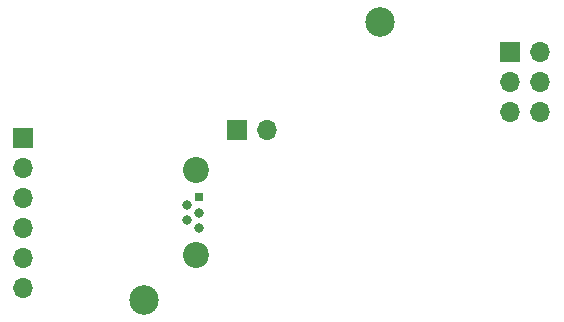
<source format=gbs>
%TF.GenerationSoftware,KiCad,Pcbnew,(6.0.2)*%
%TF.CreationDate,2022-08-31T11:18:45+12:00*%
%TF.ProjectId,webasto_heater_controller,77656261-7374-46f5-9f68-65617465725f,1.0*%
%TF.SameCoordinates,Original*%
%TF.FileFunction,Soldermask,Bot*%
%TF.FilePolarity,Negative*%
%FSLAX46Y46*%
G04 Gerber Fmt 4.6, Leading zero omitted, Abs format (unit mm)*
G04 Created by KiCad (PCBNEW (6.0.2)) date 2022-08-31 11:18:45*
%MOMM*%
%LPD*%
G01*
G04 APERTURE LIST*
%ADD10C,2.500000*%
%ADD11R,0.800000X0.800000*%
%ADD12C,0.800000*%
%ADD13C,2.200000*%
%ADD14R,1.700000X1.700000*%
%ADD15O,1.700000X1.700000*%
G04 APERTURE END LIST*
D10*
%TO.C,REF\u002A\u002A*%
X153700000Y-77750000D03*
%TD*%
%TO.C,REF\u002A\u002A*%
X133700000Y-101250000D03*
%TD*%
D11*
%TO.C,J3*%
X138320000Y-92590000D03*
D12*
X137320000Y-93240000D03*
X138320000Y-93890000D03*
X137320000Y-94540000D03*
X138320000Y-95190000D03*
D13*
X138100000Y-90315000D03*
X138100000Y-97465000D03*
%TD*%
D14*
%TO.C,J2*%
X123500000Y-87590000D03*
D15*
X123500000Y-90130000D03*
X123500000Y-92670000D03*
X123500000Y-95210000D03*
X123500000Y-97750000D03*
X123500000Y-100290000D03*
%TD*%
D14*
%TO.C,J1*%
X164725000Y-80275000D03*
D15*
X167265000Y-80275000D03*
X164725000Y-82815000D03*
X167265000Y-82815000D03*
X164725000Y-85355000D03*
X167265000Y-85355000D03*
%TD*%
D14*
%TO.C,JP1*%
X141560000Y-86900000D03*
D15*
X144100000Y-86900000D03*
%TD*%
M02*

</source>
